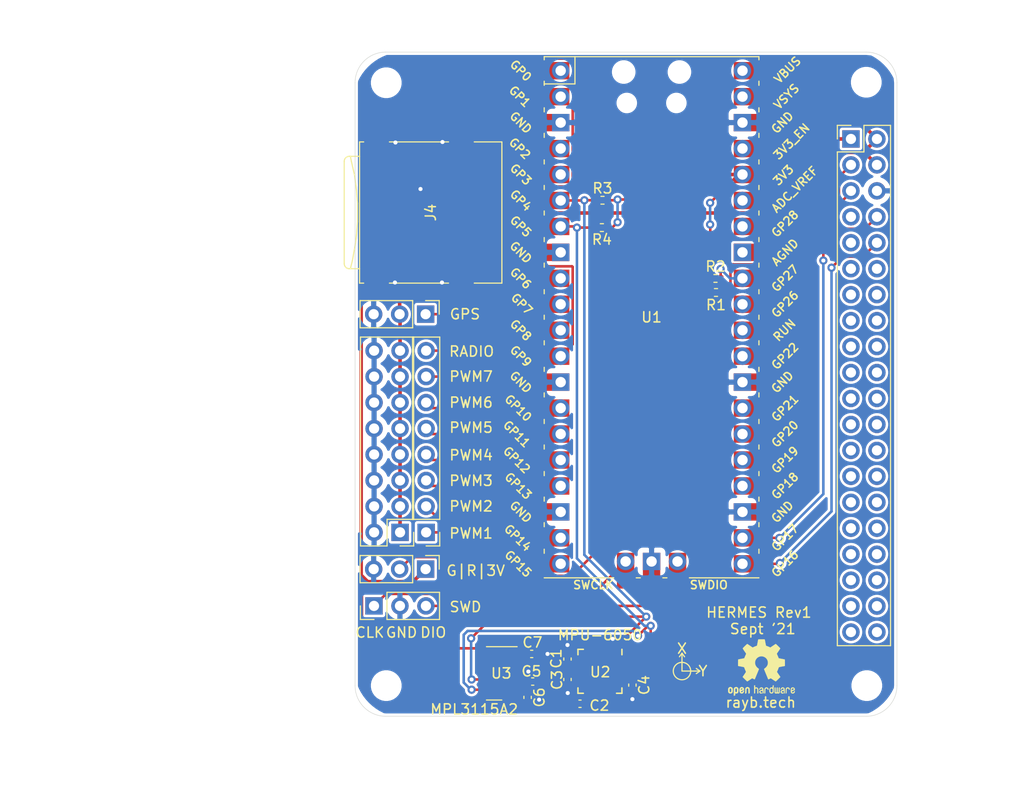
<source format=kicad_pcb>
(kicad_pcb (version 20171130) (host pcbnew "(5.1.10-1-10_14)")
  (layers (0 F.Cu signal) (31 B.Cu signal) (34 B.Paste user) (35 F.Paste user) (36 B.SilkS user) (37 F.SilkS user) (38 B.Mask user) (39 F.Mask user) (44 Edge.Cuts user))
  (net 0 "")
  (net 1 "Net-(U1-Pad24)")
  (net 2 "Net-(U1-Pad25)")
  (net 3 "Net-(U1-Pad26)")
  (net 4 "Net-(U1-Pad27)")
  (net 5 "Net-(U1-Pad29)")
  (net 6 "Net-(U1-Pad33)")
  (net 7 "Net-(U1-Pad34)")
  (net 8 "Net-(U1-Pad35)")
  (net 9 "Net-(U1-Pad37)")
  (net 10 "Net-(U1-Pad39)")
  (net 11 "Net-(J2-Pad40)")
  (net 12 "Net-(J2-Pad39)")
  (net 13 "Net-(J2-Pad38)")
  (net 14 "Net-(J2-Pad37)")
  (net 15 "Net-(J2-Pad36)")
  (net 16 "Net-(J2-Pad35)")
  (net 17 "Net-(J2-Pad34)")
  (net 18 "Net-(J2-Pad33)")
  (net 19 "Net-(J2-Pad32)")
  (net 20 "Net-(J2-Pad31)")
  (net 21 "Net-(J2-Pad30)")
  (net 22 "Net-(J2-Pad29)")
  (net 23 "Net-(J2-Pad28)")
  (net 24 "Net-(J2-Pad27)")
  (net 25 "Net-(J2-Pad26)")
  (net 26 "Net-(J2-Pad25)")
  (net 27 "Net-(J2-Pad24)")
  (net 28 "Net-(J2-Pad23)")
  (net 29 "Net-(J2-Pad22)")
  (net 30 "Net-(J2-Pad21)")
  (net 31 "Net-(J2-Pad20)")
  (net 32 "Net-(J2-Pad19)")
  (net 33 "Net-(J2-Pad18)")
  (net 34 "Net-(J2-Pad17)")
  (net 35 "Net-(J2-Pad16)")
  (net 36 "Net-(J2-Pad15)")
  (net 37 "Net-(J2-Pad14)")
  (net 38 "Net-(J2-Pad13)")
  (net 39 "Net-(J2-Pad12)")
  (net 40 "Net-(J2-Pad11)")
  (net 41 "Net-(J2-Pad9)")
  (net 42 "Net-(J2-Pad7)")
  (net 43 FC_RADIO)
  (net 44 FC_PWM7)
  (net 45 FC_PWM6)
  (net 46 FC_PWM5)
  (net 47 FC_PWM4)
  (net 48 FC_PWM3)
  (net 49 FC_PWM2)
  (net 50 FC_PWM1)
  (net 51 FC_UART0_TX)
  (net 52 FC_UART0_RX)
  (net 53 GND)
  (net 54 FC_I2C1_SCL)
  (net 55 +5V)
  (net 56 FC_I2C1_SDA)
  (net 57 +3V3)
  (net 58 FC_RESET)
  (net 59 FC_I2C0_SCL)
  (net 60 FC_I2C0_SDA)
  (net 61 FC_UART1_RX)
  (net 62 FC_SPI0_MOSI)
  (net 63 FC_SPI0_SCK)
  (net 64 FC_SPI0_CS)
  (net 65 FC_SPI0_MISO)
  (net 66 "Net-(J4-Pad1)")
  (net 67 "Net-(J4-Pad8)")
  (net 68 "Net-(C3-Pad2)")
  (net 69 "Net-(C4-Pad2)")
  (net 70 "Net-(C5-Pad1)")
  (net 71 "Net-(U2-Pad12)")
  (net 72 "Net-(U2-Pad9)")
  (net 73 "Net-(U2-Pad7)")
  (net 74 "Net-(U2-Pad6)")
  (net 75 "Net-(U3-Pad6)")
  (net 76 "Net-(U3-Pad5)")
  (net 77 FC_SWDIO)
  (net 78 FC_SWCLK)
  (net 79 FC_UART1_TX)
  (module Symbol:OSHW-Logo2_7.3x6mm_SilkScreen (layer F.Cu) (at 256.25 116.725)
    (fp_text reference REF** hide)
    (fp_text value OSHW-Logo2_7.3x6mm_SilkScreen hide)
  )
  (module Resistor_SMD:R_0402_1005Metric (layer F.Cu) (at 240.64 73.675 180)
    (fp_text reference R4 (at 0 -1.17) (layer F.SilkS))
    (fp_text value R_Small)
    (pad 2 smd roundrect (at 0.51 0 180) (size 0.54 0.64) (layers F.Cu F.Paste F.Mask) (net 59 FC_I2C0_SCL))
    (pad 1 smd roundrect (at -0.51 0 180) (size 0.54 0.64) (layers F.Cu F.Paste F.Mask) (net 57 +3V3))
  )
  (module Resistor_SMD:R_0402_1005Metric (layer F.Cu) (at 240.7 71)
    (fp_text reference R3 (at 0 -1.17) (layer F.SilkS))
    (fp_text value R_Small)
    (pad 2 smd roundrect (at 0.51 0) (size 0.54 0.64) (layers F.Cu F.Paste F.Mask) (net 57 +3V3))
    (pad 1 smd roundrect (at -0.51 0) (size 0.54 0.64) (layers F.Cu F.Paste F.Mask) (net 60 FC_I2C0_SDA))
  )
  (module Resistor_SMD:R_0402_1005Metric (layer F.Cu) (at 251.75 78.65)
    (fp_text reference R2 (at 0 -1.17) (layer F.SilkS))
    (fp_text value R_Small)
    (pad 2 smd roundrect (at 0.51 0) (size 0.54 0.64) (layers F.Cu F.Paste F.Mask) (net 54 FC_I2C1_SCL))
    (pad 1 smd roundrect (at -0.51 0) (size 0.54 0.64) (layers F.Cu F.Paste F.Mask) (net 57 +3V3))
  )
  (module Resistor_SMD:R_0402_1005Metric (layer F.Cu) (at 251.8 80.025 180)
    (fp_text reference R1 (at 0 -1.225) (layer F.SilkS))
    (fp_text value R_Small)
    (pad 2 smd roundrect (at 0.51 0 180) (size 0.54 0.64) (layers F.Cu F.Paste F.Mask) (net 57 +3V3))
    (pad 1 smd roundrect (at -0.51 0 180) (size 0.54 0.64) (layers F.Cu F.Paste F.Mask) (net 56 FC_I2C1_SDA))
  )
  (module MountingHole:MountingHole_2.5mm (layer F.Cu) (at 219.55 118.5)
    (fp_text reference H4)
    (fp_text value MountingHole)
    (pad 1 np_thru_hole circle (at 0 0) (size 2.5 2.5) (drill 2.5) (layers *.Cu *.Mask))
  )
  (module MountingHole:MountingHole_2.5mm (layer F.Cu) (at 219.55 59.5)
    (fp_text reference H3)
    (fp_text value MountingHole)
    (pad 1 np_thru_hole circle (at 0 0) (size 2.5 2.5) (drill 2.5) (layers *.Cu *.Mask))
  )
  (module MountingHole:MountingHole_2.5mm (layer F.Cu) (at 266.55 118.5)
    (fp_text reference H2)
    (fp_text value MountingHole)
    (pad 1 np_thru_hole circle (at 0 0) (size 2.5 2.5) (drill 2.5) (layers *.Cu *.Mask))
  )
  (module MountingHole:MountingHole_2.5mm (layer F.Cu) (at 266.5 59.45)
    (fp_text reference H1)
    (fp_text value MountingHole)
    (pad 1 np_thru_hole circle (at 0 0) (size 2.5 2.5) (drill 2.5) (layers *.Cu *.Mask))
  )
  (module Connector_PinHeader_2.54mm:PinHeader_1x03_P2.54mm_Vertical (layer F.Cu) (at 218.35 110.7 90)
    (fp_text reference J7)
    (fp_text value SWD_DEBUG)
    (pad 3 thru_hole oval (at 0 5.08 90) (size 1.7 1.7) (drill 1) (layers *.Cu *.Mask) (net 77 FC_SWDIO))
    (pad 2 thru_hole oval (at 0 2.54 90) (size 1.7 1.7) (drill 1) (layers *.Cu *.Mask) (net 53 GND))
    (pad 1 thru_hole rect (at 0 0 90) (size 1.7 1.7) (drill 1) (layers *.Cu *.Mask) (net 78 FC_SWCLK))
  )
  (module Package_LGA:NXP_LGA-8_3x5mm_P1.25mm_H1.1mm (layer F.Cu) (at 230.85 117.3 180)
    (fp_text reference U3 (at 0.05 0) (layer F.SilkS))
    (fp_text value MPL3115A2 (at 2.7 -3.525) (layer F.SilkS))
    (pad 8 smd roundrect (at 1.15 -1.875 180) (size 1.2 0.5) (layers F.Cu F.Paste F.Mask) (net 59 FC_I2C0_SCL))
    (pad 7 smd roundrect (at 1.15 -0.625 180) (size 1.2 0.5) (layers F.Cu F.Paste F.Mask) (net 60 FC_I2C0_SDA))
    (pad 6 smd roundrect (at 1.15 0.625 180) (size 1.2 0.5) (layers F.Cu F.Paste F.Mask) (net 75 "Net-(U3-Pad6)"))
    (pad 5 smd roundrect (at 1.15 1.875 180) (size 1.2 0.5) (layers F.Cu F.Paste F.Mask) (net 76 "Net-(U3-Pad5)"))
    (pad 4 smd roundrect (at -1.15 1.875 180) (size 1.2 0.5) (layers F.Cu F.Paste F.Mask) (net 57 +3V3))
    (pad 3 smd roundrect (at -1.15 0.625 180) (size 1.2 0.5) (layers F.Cu F.Paste F.Mask) (net 53 GND))
    (pad 2 smd roundrect (at -1.15 -0.625 180) (size 1.2 0.5) (layers F.Cu F.Paste F.Mask) (net 70 "Net-(C5-Pad1)"))
    (pad 1 smd roundrect (at -1.15 -1.875 180) (size 1.2 0.5) (layers F.Cu F.Paste F.Mask) (net 57 +3V3))
  )
  (module Sensor_Motion:InvenSense_QFN-24_4x4mm_P0.5mm (layer F.Cu) (at 240.45 117.1 270)
    (fp_text reference U2 (at 0.075 -0.025 180) (layer F.SilkS))
    (fp_text value MPU-6050 (at -3.55 0 180) (layer F.SilkS))
    (pad 24 smd roundrect (at -1.25 -1.95) (size 0.85 0.3) (layers F.Cu F.Paste F.Mask) (net 60 FC_I2C0_SDA))
    (pad 23 smd roundrect (at -0.75 -1.95) (size 0.85 0.3) (layers F.Cu F.Paste F.Mask) (net 59 FC_I2C0_SCL))
    (pad 22 smd roundrect (at -0.25 -1.95) (size 0.85 0.3) (layers F.Cu F.Paste F.Mask))
    (pad 21 smd roundrect (at 0.25 -1.95) (size 0.85 0.3) (layers F.Cu F.Paste F.Mask))
    (pad 20 smd roundrect (at 0.75 -1.95) (size 0.85 0.3) (layers F.Cu F.Paste F.Mask) (net 69 "Net-(C4-Pad2)"))
    (pad 19 smd roundrect (at 1.25 -1.95) (size 0.85 0.3) (layers F.Cu F.Paste F.Mask))
    (pad 18 smd roundrect (at 1.95 -1.25 270) (size 0.85 0.3) (layers F.Cu F.Paste F.Mask) (net 53 GND))
    (pad 17 smd roundrect (at 1.95 -0.75 270) (size 0.85 0.3) (layers F.Cu F.Paste F.Mask))
    (pad 16 smd roundrect (at 1.95 -0.25 270) (size 0.85 0.3) (layers F.Cu F.Paste F.Mask))
    (pad 15 smd roundrect (at 1.95 0.25 270) (size 0.85 0.3) (layers F.Cu F.Paste F.Mask))
    (pad 14 smd roundrect (at 1.95 0.75 270) (size 0.85 0.3) (layers F.Cu F.Paste F.Mask))
    (pad 13 smd roundrect (at 1.95 1.25 270) (size 0.85 0.3) (layers F.Cu F.Paste F.Mask) (net 57 +3V3))
    (pad 12 smd roundrect (at 1.25 1.95) (size 0.85 0.3) (layers F.Cu F.Paste F.Mask) (net 71 "Net-(U2-Pad12)"))
    (pad 11 smd roundrect (at 0.75 1.95) (size 0.85 0.3) (layers F.Cu F.Paste F.Mask) (net 53 GND))
    (pad 10 smd roundrect (at 0.25 1.95) (size 0.85 0.3) (layers F.Cu F.Paste F.Mask) (net 68 "Net-(C3-Pad2)"))
    (pad 9 smd roundrect (at -0.25 1.95) (size 0.85 0.3) (layers F.Cu F.Paste F.Mask) (net 72 "Net-(U2-Pad9)"))
    (pad 8 smd roundrect (at -0.75 1.95) (size 0.85 0.3) (layers F.Cu F.Paste F.Mask) (net 57 +3V3))
    (pad 7 smd roundrect (at -1.25 1.95) (size 0.85 0.3) (layers F.Cu F.Paste F.Mask) (net 73 "Net-(U2-Pad7)"))
    (pad 6 smd roundrect (at -1.95 1.25 270) (size 0.85 0.3) (layers F.Cu F.Paste F.Mask) (net 74 "Net-(U2-Pad6)"))
    (pad 5 smd roundrect (at -1.95 0.75 270) (size 0.85 0.3) (layers F.Cu F.Paste F.Mask))
    (pad 4 smd roundrect (at -1.95 0.25 270) (size 0.85 0.3) (layers F.Cu F.Paste F.Mask))
    (pad 3 smd roundrect (at -1.95 -0.25 270) (size 0.85 0.3) (layers F.Cu F.Paste F.Mask))
    (pad 2 smd roundrect (at -1.95 -0.75 270) (size 0.85 0.3) (layers F.Cu F.Paste F.Mask))
    (pad 1 smd roundrect (at -1.95 -1.25 270) (size 0.85 0.3) (layers F.Cu F.Paste F.Mask) (net 53 GND))
  )
  (module Connector_PinHeader_2.54mm:PinHeader_1x03_P2.54mm_Vertical (layer F.Cu) (at 223.4 107.1 270)
    (fp_text reference J6)
    (fp_text value RESET_HEADER)
    (pad 3 thru_hole oval (at 0 5.08 270) (size 1.7 1.7) (drill 1) (layers *.Cu *.Mask) (net 53 GND))
    (pad 2 thru_hole oval (at 0 2.54 270) (size 1.7 1.7) (drill 1) (layers *.Cu *.Mask) (net 58 FC_RESET))
    (pad 1 thru_hole rect (at 0 0 270) (size 1.7 1.7) (drill 1) (layers *.Cu *.Mask) (net 57 +3V3))
  )
  (module Connector_PinHeader_2.54mm:PinHeader_1x03_P2.54mm_Vertical (layer F.Cu) (at 223.4 82.15 270)
    (fp_text reference J5)
    (fp_text value GPS_HEADER)
    (pad 3 thru_hole oval (at 0 5.08 270) (size 1.7 1.7) (drill 1) (layers *.Cu *.Mask) (net 53 GND))
    (pad 2 thru_hole oval (at 0 2.54 270) (size 1.7 1.7) (drill 1) (layers *.Cu *.Mask) (net 55 +5V))
    (pad 1 thru_hole rect (at 0 0 270) (size 1.7 1.7) (drill 1) (layers *.Cu *.Mask) (net 61 FC_UART1_RX))
  )
  (module Capacitor_SMD:C_0402_1005Metric (layer F.Cu) (at 233.775 115.4)
    (fp_text reference C7 (at 0.075 -1.125) (layer F.SilkS))
    (fp_text value 0.1uF)
    (pad 2 smd roundrect (at 0.48 0) (size 0.56 0.62) (layers F.Cu F.Paste F.Mask) (net 53 GND))
    (pad 1 smd roundrect (at -0.48 0) (size 0.56 0.62) (layers F.Cu F.Paste F.Mask) (net 57 +3V3))
  )
  (module Capacitor_SMD:C_0402_1005Metric (layer F.Cu) (at 233.375 119.65 90)
    (fp_text reference C6 (at 0 1.15 90) (layer F.SilkS))
    (fp_text value 10uF)
    (pad 2 smd roundrect (at 0.48 0 90) (size 0.56 0.62) (layers F.Cu F.Paste F.Mask) (net 57 +3V3))
    (pad 1 smd roundrect (at -0.48 0 90) (size 0.56 0.62) (layers F.Cu F.Paste F.Mask) (net 53 GND))
  )
  (module Capacitor_SMD:C_0402_1005Metric (layer F.Cu) (at 233.875 118.1)
    (fp_text reference C5 (at -0.125 -1) (layer F.SilkS))
    (fp_text value 0.1uF)
    (pad 2 smd roundrect (at 0.48 0) (size 0.56 0.62) (layers F.Cu F.Paste F.Mask) (net 53 GND))
    (pad 1 smd roundrect (at -0.48 0) (size 0.56 0.62) (layers F.Cu F.Paste F.Mask) (net 70 "Net-(C5-Pad1)"))
  )
  (module Capacitor_SMD:C_0402_1005Metric (layer F.Cu) (at 243.625 118.45 90)
    (fp_text reference C4 (at 0 1.15 90) (layer F.SilkS))
    (fp_text value 2200pF)
    (pad 2 smd roundrect (at 0.48 0 90) (size 0.56 0.62) (layers F.Cu F.Paste F.Mask) (net 69 "Net-(C4-Pad2)"))
    (pad 1 smd roundrect (at -0.48 0 90) (size 0.56 0.62) (layers F.Cu F.Paste F.Mask) (net 53 GND))
  )
  (module Capacitor_SMD:C_0402_1005Metric (layer F.Cu) (at 237.275 117.9 90)
    (fp_text reference C3 (at -0.05 -1.025 90) (layer F.SilkS))
    (fp_text value 0.1uF)
    (pad 2 smd roundrect (at 0.48 0 90) (size 0.56 0.62) (layers F.Cu F.Paste F.Mask) (net 68 "Net-(C3-Pad2)"))
    (pad 1 smd roundrect (at -0.48 0 90) (size 0.56 0.62) (layers F.Cu F.Paste F.Mask) (net 53 GND))
  )
  (module Capacitor_SMD:C_0402_1005Metric (layer F.Cu) (at 238.5 120.275 180)
    (fp_text reference C2 (at -1.9 -0.175) (layer F.SilkS))
    (fp_text value 0.1uF)
    (pad 2 smd roundrect (at 0.48 0 180) (size 0.56 0.62) (layers F.Cu F.Paste F.Mask) (net 53 GND))
    (pad 1 smd roundrect (at -0.48 0 180) (size 0.56 0.62) (layers F.Cu F.Paste F.Mask) (net 57 +3V3))
  )
  (module Capacitor_SMD:C_0402_1005Metric (layer F.Cu) (at 237.275 115.9 270)
    (fp_text reference C1 (at -0.05 1.1 90) (layer F.SilkS))
    (fp_text value 0.1uF)
    (pad 2 smd roundrect (at 0.48 0 270) (size 0.56 0.62) (layers F.Cu F.Paste F.Mask) (net 57 +3V3))
    (pad 1 smd roundrect (at -0.48 0 270) (size 0.56 0.62) (layers F.Cu F.Paste F.Mask) (net 53 GND))
  )
  (module Connector_Card:microSD_HC_Wuerth_693072010801 (layer F.Cu) (at 222.75 72.2 90)
    (fp_text reference J4 (at 0 1.15 90) (layer F.SilkS))
    (fp_text value Micro_SD_Card)
    (pad 1 smd rect (at -3.2 -1.55 90) (size 0.8 1.5) (layers F.Cu F.Paste F.Mask) (net 66 "Net-(J4-Pad1)"))
    (pad 2 smd rect (at -2.1 -1.55 90) (size 0.8 1.5) (layers F.Cu F.Paste F.Mask) (net 64 FC_SPI0_CS))
    (pad 3 smd rect (at -1 -1.55 90) (size 0.8 1.5) (layers F.Cu F.Paste F.Mask) (net 62 FC_SPI0_MOSI))
    (pad 4 smd rect (at 0.1 -1.55 90) (size 0.8 1.5) (layers F.Cu F.Paste F.Mask) (net 57 +3V3))
    (pad 5 smd rect (at 1.2 -1.55 90) (size 0.8 1.5) (layers F.Cu F.Paste F.Mask) (net 63 FC_SPI0_SCK))
    (pad 6 smd rect (at 2.3 -1.55 90) (size 0.8 1.5) (layers F.Cu F.Paste F.Mask) (net 53 GND))
    (pad 7 smd rect (at 3.4 -1.55 90) (size 0.8 1.5) (layers F.Cu F.Paste F.Mask) (net 65 FC_SPI0_MISO))
    (pad 8 smd rect (at 4.5 -1.55 90) (size 0.8 1.5) (layers F.Cu F.Paste F.Mask) (net 67 "Net-(J4-Pad8)"))
    (pad 9 smd rect (at 6.875 4.15 90) (size 1.45 2) (layers F.Cu F.Paste F.Mask) (net 53 GND))
    (pad 9 smd rect (at -6.875 4.15 90) (size 1.45 2) (layers F.Cu F.Paste F.Mask) (net 53 GND))
    (pad 9 smd rect (at -6.875 -4.15 90) (size 1.45 2) (layers F.Cu F.Paste F.Mask) (net 53 GND))
    (pad 9 smd rect (at 6.875 -4.15 90) (size 1.45 2) (layers F.Cu F.Paste F.Mask) (net 53 GND))
  )
  (module Connector_PinHeader_2.54mm:PinHeader_2x08_P2.54mm_Vertical (layer F.Cu) (at 220.9 103.5 180)
    (fp_text reference J3)
    (fp_text value Conn_02x08_Odd_Even)
    (pad 16 thru_hole oval (at 2.54 17.78 180) (size 1.7 1.7) (drill 1) (layers *.Cu *.Mask) (net 53 GND))
    (pad 15 thru_hole oval (at 0 17.78 180) (size 1.7 1.7) (drill 1) (layers *.Cu *.Mask) (net 55 +5V))
    (pad 14 thru_hole oval (at 2.54 15.24 180) (size 1.7 1.7) (drill 1) (layers *.Cu *.Mask) (net 53 GND))
    (pad 13 thru_hole oval (at 0 15.24 180) (size 1.7 1.7) (drill 1) (layers *.Cu *.Mask) (net 55 +5V))
    (pad 12 thru_hole oval (at 2.54 12.7 180) (size 1.7 1.7) (drill 1) (layers *.Cu *.Mask) (net 53 GND))
    (pad 11 thru_hole oval (at 0 12.7 180) (size 1.7 1.7) (drill 1) (layers *.Cu *.Mask) (net 55 +5V))
    (pad 10 thru_hole oval (at 2.54 10.16 180) (size 1.7 1.7) (drill 1) (layers *.Cu *.Mask) (net 53 GND))
    (pad 9 thru_hole oval (at 0 10.16 180) (size 1.7 1.7) (drill 1) (layers *.Cu *.Mask) (net 55 +5V))
    (pad 8 thru_hole oval (at 2.54 7.62 180) (size 1.7 1.7) (drill 1) (layers *.Cu *.Mask) (net 53 GND))
    (pad 7 thru_hole oval (at 0 7.62 180) (size 1.7 1.7) (drill 1) (layers *.Cu *.Mask) (net 55 +5V))
    (pad 6 thru_hole oval (at 2.54 5.08 180) (size 1.7 1.7) (drill 1) (layers *.Cu *.Mask) (net 53 GND))
    (pad 5 thru_hole oval (at 0 5.08 180) (size 1.7 1.7) (drill 1) (layers *.Cu *.Mask) (net 55 +5V))
    (pad 4 thru_hole oval (at 2.54 2.54 180) (size 1.7 1.7) (drill 1) (layers *.Cu *.Mask) (net 53 GND))
    (pad 3 thru_hole oval (at 0 2.54 180) (size 1.7 1.7) (drill 1) (layers *.Cu *.Mask) (net 55 +5V))
    (pad 2 thru_hole oval (at 2.54 0 180) (size 1.7 1.7) (drill 1) (layers *.Cu *.Mask) (net 53 GND))
    (pad 1 thru_hole rect (at 0 0 180) (size 1.7 1.7) (drill 1) (layers *.Cu *.Mask) (net 55 +5V))
  )
  (module Connector_PinHeader_2.54mm:PinHeader_2x20_P2.54mm_Vertical (layer F.Cu) (at 265 65)
    (fp_text reference J2)
    (fp_text value Conn_02x20_Odd_Even)
    (pad 40 thru_hole oval (at 2.54 48.26) (size 1.7 1.7) (drill 1) (layers *.Cu *.Mask) (net 11 "Net-(J2-Pad40)"))
    (pad 39 thru_hole oval (at 0 48.26) (size 1.7 1.7) (drill 1) (layers *.Cu *.Mask) (net 12 "Net-(J2-Pad39)"))
    (pad 38 thru_hole oval (at 2.54 45.72) (size 1.7 1.7) (drill 1) (layers *.Cu *.Mask) (net 13 "Net-(J2-Pad38)"))
    (pad 37 thru_hole oval (at 0 45.72) (size 1.7 1.7) (drill 1) (layers *.Cu *.Mask) (net 14 "Net-(J2-Pad37)"))
    (pad 36 thru_hole oval (at 2.54 43.18) (size 1.7 1.7) (drill 1) (layers *.Cu *.Mask) (net 15 "Net-(J2-Pad36)"))
    (pad 35 thru_hole oval (at 0 43.18) (size 1.7 1.7) (drill 1) (layers *.Cu *.Mask) (net 16 "Net-(J2-Pad35)"))
    (pad 34 thru_hole oval (at 2.54 40.64) (size 1.7 1.7) (drill 1) (layers *.Cu *.Mask) (net 17 "Net-(J2-Pad34)"))
    (pad 33 thru_hole oval (at 0 40.64) (size 1.7 1.7) (drill 1) (layers *.Cu *.Mask) (net 18 "Net-(J2-Pad33)"))
    (pad 32 thru_hole oval (at 2.54 38.1) (size 1.7 1.7) (drill 1) (layers *.Cu *.Mask) (net 19 "Net-(J2-Pad32)"))
    (pad 31 thru_hole oval (at 0 38.1) (size 1.7 1.7) (drill 1) (layers *.Cu *.Mask) (net 20 "Net-(J2-Pad31)"))
    (pad 30 thru_hole oval (at 2.54 35.56) (size 1.7 1.7) (drill 1) (layers *.Cu *.Mask) (net 21 "Net-(J2-Pad30)"))
    (pad 29 thru_hole oval (at 0 35.56) (size 1.7 1.7) (drill 1) (layers *.Cu *.Mask) (net 22 "Net-(J2-Pad29)"))
    (pad 28 thru_hole oval (at 2.54 33.02) (size 1.7 1.7) (drill 1) (layers *.Cu *.Mask) (net 23 "Net-(J2-Pad28)"))
    (pad 27 thru_hole oval (at 0 33.02) (size 1.7 1.7) (drill 1) (layers *.Cu *.Mask) (net 24 "Net-(J2-Pad27)"))
    (pad 26 thru_hole oval (at 2.54 30.48) (size 1.7 1.7) (drill 1) (layers *.Cu *.Mask) (net 25 "Net-(J2-Pad26)"))
    (pad 25 thru_hole oval (at 0 30.48) (size 1.7 1.7) (drill 1) (layers *.Cu *.Mask) (net 26 "Net-(J2-Pad25)"))
    (pad 24 thru_hole oval (at 2.54 27.94) (size 1.7 1.7) (drill 1) (layers *.Cu *.Mask) (net 27 "Net-(J2-Pad24)"))
    (pad 23 thru_hole oval (at 0 27.94) (size 1.7 1.7) (drill 1) (layers *.Cu *.Mask) (net 28 "Net-(J2-Pad23)"))
    (pad 22 thru_hole oval (at 2.54 25.4) (size 1.7 1.7) (drill 1) (layers *.Cu *.Mask) (net 29 "Net-(J2-Pad22)"))
    (pad 21 thru_hole oval (at 0 25.4) (size 1.7 1.7) (drill 1) (layers *.Cu *.Mask) (net 30 "Net-(J2-Pad21)"))
    (pad 20 thru_hole oval (at 2.54 22.86) (size 1.7 1.7) (drill 1) (layers *.Cu *.Mask) (net 31 "Net-(J2-Pad20)"))
    (pad 19 thru_hole oval (at 0 22.86) (size 1.7 1.7) (drill 1) (layers *.Cu *.Mask) (net 32 "Net-(J2-Pad19)"))
    (pad 18 thru_hole oval (at 2.54 20.32) (size 1.7 1.7) (drill 1) (layers *.Cu *.Mask) (net 33 "Net-(J2-Pad18)"))
    (pad 17 thru_hole oval (at 0 20.32) (size 1.7 1.7) (drill 1) (layers *.Cu *.Mask) (net 34 "Net-(J2-Pad17)"))
    (pad 16 thru_hole oval (at 2.54 17.78) (size 1.7 1.7) (drill 1) (layers *.Cu *.Mask) (net 35 "Net-(J2-Pad16)"))
    (pad 15 thru_hole oval (at 0 17.78) (size 1.7 1.7) (drill 1) (layers *.Cu *.Mask) (net 36 "Net-(J2-Pad15)"))
    (pad 14 thru_hole oval (at 2.54 15.24) (size 1.7 1.7) (drill 1) (layers *.Cu *.Mask) (net 37 "Net-(J2-Pad14)"))
    (pad 13 thru_hole oval (at 0 15.24) (size 1.7 1.7) (drill 1) (layers *.Cu *.Mask) (net 38 "Net-(J2-Pad13)"))
    (pad 12 thru_hole oval (at 2.54 12.7) (size 1.7 1.7) (drill 1) (layers *.Cu *.Mask) (net 39 "Net-(J2-Pad12)"))
    (pad 11 thru_hole oval (at 0 12.7) (size 1.7 1.7) (drill 1) (layers *.Cu *.Mask) (net 40 "Net-(J2-Pad11)"))
    (pad 10 thru_hole oval (at 2.54 10.16) (size 1.7 1.7) (drill 1) (layers *.Cu *.Mask) (net 51 FC_UART0_TX))
    (pad 9 thru_hole oval (at 0 10.16) (size 1.7 1.7) (drill 1) (layers *.Cu *.Mask) (net 41 "Net-(J2-Pad9)"))
    (pad 8 thru_hole oval (at 2.54 7.62) (size 1.7 1.7) (drill 1) (layers *.Cu *.Mask) (net 52 FC_UART0_RX))
    (pad 7 thru_hole oval (at 0 7.62) (size 1.7 1.7) (drill 1) (layers *.Cu *.Mask) (net 42 "Net-(J2-Pad7)"))
    (pad 6 thru_hole oval (at 2.54 5.08) (size 1.7 1.7) (drill 1) (layers *.Cu *.Mask) (net 53 GND))
    (pad 5 thru_hole oval (at 0 5.08) (size 1.7 1.7) (drill 1) (layers *.Cu *.Mask) (net 54 FC_I2C1_SCL))
    (pad 4 thru_hole oval (at 2.54 2.54) (size 1.7 1.7) (drill 1) (layers *.Cu *.Mask) (net 55 +5V))
    (pad 3 thru_hole oval (at 0 2.54) (size 1.7 1.7) (drill 1) (layers *.Cu *.Mask) (net 56 FC_I2C1_SDA))
    (pad 2 thru_hole oval (at 2.54 0) (size 1.7 1.7) (drill 1) (layers *.Cu *.Mask) (net 55 +5V))
    (pad 1 thru_hole rect (at 0 0) (size 1.7 1.7) (drill 1) (layers *.Cu *.Mask) (net 57 +3V3))
  )
  (module Connector_PinHeader_2.54mm:PinHeader_1x08_P2.54mm_Vertical (layer F.Cu) (at 223.45 103.5 180)
    (fp_text reference J1)
    (fp_text value Conn_01x08)
    (pad 8 thru_hole oval (at 0 17.78 180) (size 1.7 1.7) (drill 1) (layers *.Cu *.Mask) (net 43 FC_RADIO))
    (pad 7 thru_hole oval (at 0 15.24 180) (size 1.7 1.7) (drill 1) (layers *.Cu *.Mask) (net 44 FC_PWM7))
    (pad 6 thru_hole oval (at 0 12.7 180) (size 1.7 1.7) (drill 1) (layers *.Cu *.Mask) (net 45 FC_PWM6))
    (pad 5 thru_hole oval (at 0 10.16 180) (size 1.7 1.7) (drill 1) (layers *.Cu *.Mask) (net 46 FC_PWM5))
    (pad 4 thru_hole oval (at 0 7.62 180) (size 1.7 1.7) (drill 1) (layers *.Cu *.Mask) (net 47 FC_PWM4))
    (pad 3 thru_hole oval (at 0 5.08 180) (size 1.7 1.7) (drill 1) (layers *.Cu *.Mask) (net 48 FC_PWM3))
    (pad 2 thru_hole oval (at 0 2.54 180) (size 1.7 1.7) (drill 1) (layers *.Cu *.Mask) (net 49 FC_PWM2))
    (pad 1 thru_hole rect (at 0 0 180) (size 1.7 1.7) (drill 1) (layers *.Cu *.Mask) (net 50 FC_PWM1))
  )
  (module MCU_RaspberryPi_and_Boards:RPi_Pico_SMD_TH (layer F.Cu) (at 245.5 82.45)
    (fp_text reference U1 (at 0 0) (layer F.SilkS))
    (fp_text value Pico)
    (fp_text user SWDIO (at 5.6 26.2) (layer F.SilkS) (effects (font (size 0.8 0.8))))
    (fp_text user SWCLK (at -5.7 26.2) (layer F.SilkS) (effects (font (size 0.8 0.8))))
    (fp_text user AGND (at 13.054 -6.35 45) (layer F.SilkS) (effects (font (size 0.8 0.8))))
    (fp_text user GND (at 12.8 -19.05 45) (layer F.SilkS) (effects (font (size 0.8 0.8))))
    (fp_text user GND (at 12.8 6.35 45) (layer F.SilkS) (effects (font (size 0.8 0.8))))
    (fp_text user GND (at 12.8 19.05 45) (layer F.SilkS) (effects (font (size 0.8 0.8))))
    (fp_text user GND (at -12.8 19.05 135) (layer F.SilkS) (effects (font (size 0.8 0.8))))
    (fp_text user GND (at -12.8 6.35 135) (layer F.SilkS) (effects (font (size 0.8 0.8))))
    (fp_text user GND (at -12.8 -6.35 135) (layer F.SilkS) (effects (font (size 0.8 0.8))))
    (fp_text user GND (at -12.8 -19.05 135) (layer F.SilkS) (effects (font (size 0.8 0.8))))
    (fp_text user VBUS (at 13.3 -24.2 45) (layer F.SilkS) (effects (font (size 0.8 0.8))))
    (fp_text user VSYS (at 13.2 -21.59 45) (layer F.SilkS) (effects (font (size 0.8 0.8))))
    (fp_text user 3V3_EN (at 13.7 -17.2 45) (layer F.SilkS) (effects (font (size 0.8 0.8))))
    (fp_text user 3V3 (at 12.9 -13.9 45) (layer F.SilkS) (effects (font (size 0.8 0.8))))
    (fp_text user ADC_VREF (at 14 -12.5 45) (layer F.SilkS) (effects (font (size 0.8 0.8))))
    (fp_text user GP28 (at 13.054 -9.144 45) (layer F.SilkS) (effects (font (size 0.8 0.8))))
    (fp_text user GP27 (at 13.054 -3.8 45) (layer F.SilkS) (effects (font (size 0.8 0.8))))
    (fp_text user GP26 (at 13.054 -1.27 45) (layer F.SilkS) (effects (font (size 0.8 0.8))))
    (fp_text user RUN (at 13 1.27 45) (layer F.SilkS) (effects (font (size 0.8 0.8))))
    (fp_text user GP22 (at 13.054 3.81 45) (layer F.SilkS) (effects (font (size 0.8 0.8))))
    (fp_text user GP21 (at 13.054 8.9 45) (layer F.SilkS) (effects (font (size 0.8 0.8))))
    (fp_text user GP20 (at 13.054 11.43 45) (layer F.SilkS) (effects (font (size 0.8 0.8))))
    (fp_text user GP19 (at 13.054 13.97 45) (layer F.SilkS) (effects (font (size 0.8 0.8))))
    (fp_text user GP18 (at 13.054 16.51 45) (layer F.SilkS) (effects (font (size 0.8 0.8))))
    (fp_text user GP17 (at 13.054 21.59 45) (layer F.SilkS) (effects (font (size 0.8 0.8))))
    (fp_text user GP16 (at 13.054 24.13 45) (layer F.SilkS) (effects (font (size 0.8 0.8))))
    (fp_text user GP15 (at -13.054 24.13 135) (layer F.SilkS) (effects (font (size 0.8 0.8))))
    (fp_text user GP14 (at -13.1 21.59 135) (layer F.SilkS) (effects (font (size 0.8 0.8))))
    (fp_text user GP13 (at -13.054 16.51 135) (layer F.SilkS) (effects (font (size 0.8 0.8))))
    (fp_text user GP12 (at -13.2 13.97 135) (layer F.SilkS) (effects (font (size 0.8 0.8))))
    (fp_text user GP11 (at -13.2 11.43 135) (layer F.SilkS) (effects (font (size 0.8 0.8))))
    (fp_text user GP10 (at -13.054 8.89 135) (layer F.SilkS) (effects (font (size 0.8 0.8))))
    (fp_text user GP9 (at -12.8 3.81 135) (layer F.SilkS) (effects (font (size 0.8 0.8))))
    (fp_text user GP8 (at -12.8 1.27 135) (layer F.SilkS) (effects (font (size 0.8 0.8))))
    (fp_text user GP7 (at -12.7 -1.3 135) (layer F.SilkS) (effects (font (size 0.8 0.8))))
    (fp_text user GP6 (at -12.8 -3.81 135) (layer F.SilkS) (effects (font (size 0.8 0.8))))
    (fp_text user GP5 (at -12.8 -8.89 135) (layer F.SilkS) (effects (font (size 0.8 0.8))))
    (fp_text user GP4 (at -12.8 -11.43 135) (layer F.SilkS) (effects (font (size 0.8 0.8))))
    (fp_text user GP3 (at -12.8 -13.97 135) (layer F.SilkS) (effects (font (size 0.8 0.8))))
    (fp_text user GP0 (at -12.8 -24.13 135) (layer F.SilkS) (effects (font (size 0.8 0.8))))
    (fp_text user GP2 (at -12.9 -16.51 135) (layer F.SilkS) (effects (font (size 0.8 0.8))))
    (fp_text user GP1 (at -12.9 -21.6 135) (layer F.SilkS) (effects (font (size 0.8 0.8))))
    (pad 43 thru_hole oval (at 2.54 23.9) (size 1.7 1.7) (drill 1.02) (layers *.Cu *.Mask) (net 77 FC_SWDIO))
    (pad 43 smd rect (at 2.54 23.9 90) (size 3.5 1.7) (drill (offset -0.9 0)) (layers F.Cu F.Mask) (net 77 FC_SWDIO))
    (pad 42 thru_hole rect (at 0 23.9) (size 1.7 1.7) (drill 1.02) (layers *.Cu *.Mask) (net 53 GND))
    (pad 42 smd rect (at 0 23.9 90) (size 3.5 1.7) (drill (offset -0.9 0)) (layers F.Cu F.Mask) (net 53 GND))
    (pad 41 thru_hole oval (at -2.54 23.9) (size 1.7 1.7) (drill 1.02) (layers *.Cu *.Mask) (net 78 FC_SWCLK))
    (pad 41 smd rect (at -2.54 23.9 90) (size 3.5 1.7) (drill (offset -0.9 0)) (layers F.Cu F.Mask) (net 78 FC_SWCLK))
    (pad "" np_thru_hole oval (at 2.425 -20.97) (size 1.5 1.5) (drill 1.5) (layers *.Cu *.Mask))
    (pad "" np_thru_hole oval (at -2.425 -20.97) (size 1.5 1.5) (drill 1.5) (layers *.Cu *.Mask))
    (pad "" np_thru_hole oval (at 2.725 -24) (size 1.8 1.8) (drill 1.8) (layers *.Cu *.Mask))
    (pad "" np_thru_hole oval (at -2.725 -24) (size 1.8 1.8) (drill 1.8) (layers *.Cu *.Mask))
    (pad 21 smd rect (at 8.89 24.13) (size 3.5 1.7) (drill (offset 0.9 0)) (layers F.Cu F.Mask) (net 51 FC_UART0_TX))
    (pad 22 smd rect (at 8.89 21.59) (size 3.5 1.7) (drill (offset 0.9 0)) (layers F.Cu F.Mask) (net 52 FC_UART0_RX))
    (pad 23 smd rect (at 8.89 19.05) (size 3.5 1.7) (drill (offset 0.9 0)) (layers F.Cu F.Mask) (net 53 GND))
    (pad 24 smd rect (at 8.89 16.51) (size 3.5 1.7) (drill (offset 0.9 0)) (layers F.Cu F.Mask) (net 1 "Net-(U1-Pad24)"))
    (pad 25 smd rect (at 8.89 13.97) (size 3.5 1.7) (drill (offset 0.9 0)) (layers F.Cu F.Mask) (net 2 "Net-(U1-Pad25)"))
    (pad 26 smd rect (at 8.89 11.43) (size 3.5 1.7) (drill (offset 0.9 0)) (layers F.Cu F.Mask) (net 3 "Net-(U1-Pad26)"))
    (pad 27 smd rect (at 8.89 8.89) (size 3.5 1.7) (drill (offset 0.9 0)) (layers F.Cu F.Mask) (net 4 "Net-(U1-Pad27)"))
    (pad 28 smd rect (at 8.89 6.35) (size 3.5 1.7) (drill (offset 0.9 0)) (layers F.Cu F.Mask) (net 53 GND))
    (pad 29 smd rect (at 8.89 3.81) (size 3.5 1.7) (drill (offset 0.9 0)) (layers F.Cu F.Mask) (net 5 "Net-(U1-Pad29)"))
    (pad 30 smd rect (at 8.89 1.27) (size 3.5 1.7) (drill (offset 0.9 0)) (layers F.Cu F.Mask) (net 58 FC_RESET))
    (pad 31 smd rect (at 8.89 -1.27) (size 3.5 1.7) (drill (offset 0.9 0)) (layers F.Cu F.Mask) (net 56 FC_I2C1_SDA))
    (pad 32 smd rect (at 8.89 -3.81) (size 3.5 1.7) (drill (offset 0.9 0)) (layers F.Cu F.Mask) (net 54 FC_I2C1_SCL))
    (pad 33 smd rect (at 8.89 -6.35) (size 3.5 1.7) (drill (offset 0.9 0)) (layers F.Cu F.Mask) (net 6 "Net-(U1-Pad33)"))
    (pad 34 smd rect (at 8.89 -8.89) (size 3.5 1.7) (drill (offset 0.9 0)) (layers F.Cu F.Mask) (net 7 "Net-(U1-Pad34)"))
    (pad 35 smd rect (at 8.89 -11.43) (size 3.5 1.7) (drill (offset 0.9 0)) (layers F.Cu F.Mask) (net 8 "Net-(U1-Pad35)"))
    (pad 36 smd rect (at 8.89 -13.97) (size 3.5 1.7) (drill (offset 0.9 0)) (layers F.Cu F.Mask) (net 57 +3V3))
    (pad 37 smd rect (at 8.89 -16.51) (size 3.5 1.7) (drill (offset 0.9 0)) (layers F.Cu F.Mask) (net 9 "Net-(U1-Pad37)"))
    (pad 38 smd rect (at 8.89 -19.05) (size 3.5 1.7) (drill (offset 0.9 0)) (layers F.Cu F.Mask) (net 53 GND))
    (pad 39 smd rect (at 8.89 -21.59) (size 3.5 1.7) (drill (offset 0.9 0)) (layers F.Cu F.Mask) (net 10 "Net-(U1-Pad39)"))
    (pad 40 smd rect (at 8.89 -24.13) (size 3.5 1.7) (drill (offset 0.9 0)) (layers F.Cu F.Mask) (net 55 +5V))
    (pad 20 smd rect (at -8.89 24.13) (size 3.5 1.7) (drill (offset -0.9 0)) (layers F.Cu F.Mask) (net 50 FC_PWM1))
    (pad 19 smd rect (at -8.89 21.59) (size 3.5 1.7) (drill (offset -0.9 0)) (layers F.Cu F.Mask) (net 49 FC_PWM2))
    (pad 18 smd rect (at -8.89 19.05) (size 3.5 1.7) (drill (offset -0.9 0)) (layers F.Cu F.Mask) (net 53 GND))
    (pad 17 smd rect (at -8.89 16.51) (size 3.5 1.7) (drill (offset -0.9 0)) (layers F.Cu F.Mask) (net 48 FC_PWM3))
    (pad 16 smd rect (at -8.89 13.97) (size 3.5 1.7) (drill (offset -0.9 0)) (layers F.Cu F.Mask) (net 47 FC_PWM4))
    (pad 15 smd rect (at -8.89 11.43) (size 3.5 1.7) (drill (offset -0.9 0)) (layers F.Cu F.Mask) (net 46 FC_PWM5))
    (pad 14 smd rect (at -8.89 8.89) (size 3.5 1.7) (drill (offset -0.9 0)) (layers F.Cu F.Mask) (net 45 FC_PWM6))
    (pad 13 smd rect (at -8.89 6.35) (size 3.5 1.7) (drill (offset -0.9 0)) (layers F.Cu F.Mask) (net 53 GND))
    (pad 12 smd rect (at -8.89 3.81) (size 3.5 1.7) (drill (offset -0.9 0)) (layers F.Cu F.Mask) (net 61 FC_UART1_RX))
    (pad 11 smd rect (at -8.89 1.27) (size 3.5 1.7) (drill (offset -0.9 0)) (layers F.Cu F.Mask) (net 79 FC_UART1_TX))
    (pad 10 smd rect (at -8.89 -1.27) (size 3.5 1.7) (drill (offset -0.9 0)) (layers F.Cu F.Mask) (net 44 FC_PWM7))
    (pad 9 smd rect (at -8.89 -3.81) (size 3.5 1.7) (drill (offset -0.9 0)) (layers F.Cu F.Mask) (net 43 FC_RADIO))
    (pad 8 smd rect (at -8.89 -6.35) (size 3.5 1.7) (drill (offset -0.9 0)) (layers F.Cu F.Mask) (net 53 GND))
    (pad 7 smd rect (at -8.89 -8.89) (size 3.5 1.7) (drill (offset -0.9 0)) (layers F.Cu F.Mask) (net 59 FC_I2C0_SCL))
    (pad 6 smd rect (at -8.89 -11.43) (size 3.5 1.7) (drill (offset -0.9 0)) (layers F.Cu F.Mask) (net 60 FC_I2C0_SDA))
    (pad 5 smd rect (at -8.89 -13.97) (size 3.5 1.7) (drill (offset -0.9 0)) (layers F.Cu F.Mask) (net 62 FC_SPI0_MOSI))
    (pad 4 smd rect (at -8.89 -16.51) (size 3.5 1.7) (drill (offset -0.9 0)) (layers F.Cu F.Mask) (net 63 FC_SPI0_SCK))
    (pad 3 smd rect (at -8.89 -19.05) (size 3.5 1.7) (drill (offset -0.9 0)) (layers F.Cu F.Mask) (net 53 GND))
    (pad 2 smd rect (at -8.89 -21.59) (size 3.5 1.7) (drill (offset -0.9 0)) (layers F.Cu F.Mask) (net 64 FC_SPI0_CS))
    (pad 1 smd rect (at -8.89 -24.13) (size 3.5 1.7) (drill (offset -0.9 0)) (layers F.Cu F.Mask) (net 65 FC_SPI0_MISO))
    (pad 40 thru_hole oval (at 8.89 -24.13) (size 1.7 1.7) (drill 1.02) (layers *.Cu *.Mask) (net 55 +5V))
    (pad 39 thru_hole oval (at 8.89 -21.59) (size 1.7 1.7) (drill 1.02) (layers *.Cu *.Mask) (net 10 "Net-(U1-Pad39)"))
    (pad 38 thru_hole rect (at 8.89 -19.05) (size 1.7 1.7) (drill 1.02) (layers *.Cu *.Mask) (net 53 GND))
    (pad 37 thru_hole oval (at 8.89 -16.51) (size 1.7 1.7) (drill 1.02) (layers *.Cu *.Mask) (net 9 "Net-(U1-Pad37)"))
    (pad 36 thru_hole oval (at 8.89 -13.97) (size 1.7 1.7) (drill 1.02) (layers *.Cu *.Mask) (net 57 +3V3))
    (pad 35 thru_hole oval (at 8.89 -11.43) (size 1.7 1.7) (drill 1.02) (layers *.Cu *.Mask) (net 8 "Net-(U1-Pad35)"))
    (pad 34 thru_hole oval (at 8.89 -8.89) (size 1.7 1.7) (drill 1.02) (layers *.Cu *.Mask) (net 7 "Net-(U1-Pad34)"))
    (pad 33 thru_hole rect (at 8.89 -6.35) (size 1.7 1.7) (drill 1.02) (layers *.Cu *.Mask) (net 6 "Net-(U1-Pad33)"))
    (pad 32 thru_hole oval (at 8.89 -3.81) (size 1.7 1.7) (drill 1.02) (layers *.Cu *.Mask) (net 54 FC_I2C1_SCL))
    (pad 31 thru_hole oval (at 8.89 -1.27) (size 1.7 1.7) (drill 1.02) (layers *.Cu *.Mask) (net 56 FC_I2C1_SDA))
    (pad 30 thru_hole oval (at 8.89 1.27) (size 1.7 1.7) (drill 1.02) (layers *.Cu *.Mask) (net 58 FC_RESET))
    (pad 29 thru_hole oval (at 8.89 3.81) (size 1.7 1.7) (drill 1.02) (layers *.Cu *.Mask) (net 5 "Net-(U1-Pad29)"))
    (pad 28 thru_hole rect (at 8.89 6.35) (size 1.7 1.7) (drill 1.02) (layers *.Cu *.Mask) (net 53 GND))
    (pad 27 thru_hole oval (at 8.89 8.89) (size 1.7 1.7) (drill 1.02) (layers *.Cu *.Mask) (net 4 "Net-(U1-Pad27)"))
    (pad 26 thru_hole oval (at 8.89 11.43) (size 1.7 1.7) (drill 1.02) (layers *.Cu *.Mask) (net 3 "Net-(U1-Pad26)"))
    (pad 25 thru_hole oval (at 8.89 13.97) (size 1.7 1.7) (drill 1.02) (layers *.Cu *.Mask) (net 2 "Net-(U1-Pad25)"))
    (pad 24 thru_hole oval (at 8.89 16.51) (size 1.7 1.7) (drill 1.02) (layers *.Cu *.Mask) (net 1 "Net-(U1-Pad24)"))
    (pad 23 thru_hole rect (at 8.89 19.05) (size 1.7 1.7) (drill 1.02) (layers *.Cu *.Mask) (net 53 GND))
    (pad 22 thru_hole oval (at 8.89 21.59) (size 1.7 1.7) (drill 1.02) (layers *.Cu *.Mask) (net 52 FC_UART0_RX))
    (pad 21 thru_hole oval (at 8.89 24.13) (size 1.7 1.7) (drill 1.02) (layers *.Cu *.Mask) (net 51 FC_UART0_TX))
    (pad 20 thru_hole oval (at -8.89 24.13) (size 1.7 1.7) (drill 1.02) (layers *.Cu *.Mask) (net 50 FC_PWM1))
    (pad 19 thru_hole oval (at -8.89 21.59) (size 1.7 1.7) (drill 1.02) (layers *.Cu *.Mask) (net 49 FC_PWM2))
    (pad 18 thru_hole rect (at -8.89 19.05) (size 1.7 1.7) (drill 1.02) (layers *.Cu *.Mask) (net 53 GND))
    (pad 17 thru_hole oval (at -8.89 16.51) (size 1.7 1.7) (drill 1.02) (layers *.Cu *.Mask) (net 48 FC_PWM3))
    (pad 16 thru_hole oval (at -8.89 13.97) (size 1.7 1.7) (drill 1.02) (layers *.Cu *.Mask) (net 47 FC_PWM4))
    (pad 15 thru_hole oval (at -8.89 11.43) (size 1.7 1.7) (drill 1.02) (layers *.Cu *.Mask) (net 46 FC_PWM5))
    (pad 14 thru_hole oval (at -8.89 8.89) (size 1.7 1.7) (drill 1.02) (layers *.Cu *.Mask) (net 45 FC_PWM6))
    (pad 13 thru_hole rect (at -8.89 6.35) (size 1.7 1.7) (drill 1.02) (layers *.Cu *.Mask) (net 53 GND))
    (pad 12 thru_hole oval (at -8.89 3.81) (size 1.7 1.7) (drill 1.02) (layers *.Cu *.Mask) (net 61 FC_UART1_RX))
    (pad 11 thru_hole oval (at -8.89 1.27) (size 1.7 1.7) (drill 1.02) (layers *.Cu *.Mask) (net 79 FC_UART1_TX))
    (pad 10 thru_hole oval (at -8.89 -1.27) (size 1.7 1.7) (drill 1.02) (layers *.Cu *.Mask) (net 44 FC_PWM7))
    (pad 9 thru_hole oval (at -8.89 -3.81) (size 1.7 1.7) (drill 1.02) (layers *.Cu *.Mask) (net 43 FC_RADIO))
    (pad 8 thru_hole rect (at -8.89 -6.35) (size 1.7 1.7) (drill 1.02) (layers *.Cu *.Mask) (net 53 GND))
    (pad 7 thru_hole oval (at -8.89 -8.89) (size 1.7 1.7) (drill 1.02) (layers *.Cu *.Mask) (net 59 FC_I2C0_SCL))
    (pad 6 thru_hole oval (at -8.89 -11.43) (size 1.7 1.7) (drill 1.02) (layers *.Cu *.Mask) (net 60 FC_I2C0_SDA))
    (pad 5 thru_hole oval (at -8.89 -13.97) (size 1.7 1.7) (drill 1.02) (layers *.Cu *.Mask) (net 62 FC_SPI0_MOSI))
    (pad 4 thru_hole oval (at -8.89 -16.51) (size 1.7 1.7) (drill 1.02) (layers *.Cu *.Mask) (net 63 FC_SPI0_SCK))
    (pad 3 thru_hole rect (at -8.89 -19.05) (size 1.7 1.7) (drill 1.02) (layers *.Cu *.Mask) (net 53 GND))
    (pad 2 thru_hole oval (at -8.89 -21.59) (size 1.7 1.7) (drill 1.02) (layers *.Cu *.Mask) (net 64 FC_SPI0_CS))
    (pad 1 thru_hole oval (at -8.89 -24.13) (size 1.7 1.7) (drill 1.02) (layers *.Cu *.Mask) (net 65 FC_SPI0_MISO))
  )
  (gr_text rayb.tech (at 256.175 120.15) (layer F.SilkS) (effects (font (size 1 1))))
  (gr_text Y (at 250.525 117.075) (layer F.SilkS) (effects (font (size 1 1))))
  (gr_circle (center 248.475 117.075) (end 249.125 116.525) (layer F.SilkS) (width 0.12))
  (gr_line (start 250.225 117.075) (end 248.475 117.075) (layer F.SilkS) (width 0.12))
  (gr_line (start 250.225 117.075) (end 249.875 116.825) (layer F.SilkS) (width 0.12))
  (gr_line (start 250.225 117.075) (end 249.875 117.325) (layer F.SilkS) (width 0.12))
  (gr_text "HERMES Rev1 \nSept '21" (at 256.375 112.15) (layer F.SilkS) (effects (font (size 1 1))))
  (gr_text X (at 248.475 114.875) (layer F.SilkS) (effects (font (size 1 1))))
  (gr_line (start 248.475 115.325) (end 248.725 115.675) (layer F.SilkS) (width 0.12))
  (gr_line (start 248.475 115.325) (end 248.225 115.675) (layer F.SilkS) (width 0.12))
  (gr_line (start 248.475 115.325) (end 248.475 117.075) (layer F.SilkS) (width 0.12))
  (gr_text SWD (at 227.3 110.8) (layer F.SilkS) (effects (font (size 1 1))))
  (gr_text GND (at 221.05 113.3) (layer F.SilkS) (effects (font (size 1 1))))
  (gr_text DIO (at 224.15 113.3) (layer F.SilkS) (effects (font (size 1 1))))
  (gr_text CLK (at 217.95 113.3) (layer F.SilkS) (effects (font (size 1 1))))
  (gr_text G|R|3V (at 228.3 107.25) (layer F.SilkS) (effects (font (size 1 1))))
  (gr_text PWM1 (at 227.85 103.6) (layer F.SilkS) (effects (font (size 1 1))))
  (gr_text PWM2 (at 227.85 100.95) (layer F.SilkS) (effects (font (size 1 1))))
  (gr_text PWM3 (at 227.85 98.45) (layer F.SilkS) (effects (font (size 1 1))))
  (gr_text PWM4 (at 227.85 95.95) (layer F.SilkS) (effects (font (size 1 1))))
  (gr_text PWM5 (at 227.85 93.25) (layer F.SilkS) (effects (font (size 1 1))))
  (gr_text PWM6 (at 227.85 90.8) (layer F.SilkS) (effects (font (size 1 1))))
  (gr_text PWM7 (at 227.85 88.25) (layer F.SilkS) (effects (font (size 1 1))))
  (gr_text RADIO (at 227.9 85.8) (layer F.SilkS) (effects (font (size 1 1))))
  (gr_text GPS (at 227.25 82.15) (layer F.SilkS) (effects (font (size 1 1))))
  (gr_arc (start 266.5 118.5) (end 266.5 121.5) (angle -90) (layer Edge.Cuts) (width 0.05))
  (gr_arc (start 266.5 59.5) (end 269.5 59.5) (angle -90) (layer Edge.Cuts) (width 0.05))
  (gr_arc (start 219.5 59.5) (end 219.5 56.5) (angle -90) (layer Edge.Cuts) (width 0.05))
  (gr_arc (start 219.5 118.5) (end 216.5 118.5) (angle -90) (layer Edge.Cuts) (width 0.05))
  (gr_line (start 269.5 59.5) (end 269.5 118.5) (layer Edge.Cuts) (width 0.05))
  (gr_line (start 219.5 56.5) (end 266.5 56.5) (layer Edge.Cuts) (width 0.05))
  (gr_line (start 216.5 118.5) (end 216.5 59.5) (layer Edge.Cuts) (width 0.05))
  (gr_line (start 266.5 121.5) (end 219.5 121.5) (layer Edge.Cuts) (width 0.05))
  (segment (start 227.984998 85.72) (end 223.45 85.72) (width 0.25) (layer F.Cu) (net 43))
  (segment (start 235.064998 78.64) (end 227.984998 85.72) (width 0.25) (layer F.Cu) (net 43))
  (segment (start 236.61 78.64) (end 235.064998 78.64) (width 0.25) (layer F.Cu) (net 43))
  (segment (start 227.984998 88.26) (end 223.45 88.26) (width 0.25) (layer F.Cu) (net 44))
  (segment (start 235.064998 81.18) (end 227.984998 88.26) (width 0.25) (layer F.Cu) (net 44))
  (segment (start 236.61 81.18) (end 235.064998 81.18) (width 0.25) (layer F.Cu) (net 44))
  (segment (start 223.99 91.34) (end 223.45 90.8) (width 0.25) (layer F.Cu) (net 45))
  (segment (start 236.61 91.34) (end 223.99 91.34) (width 0.25) (layer F.Cu) (net 45))
  (segment (start 223.99 93.88) (end 223.45 93.34) (width 0.25) (layer F.Cu) (net 46))
  (segment (start 236.61 93.88) (end 223.99 93.88) (width 0.25) (layer F.Cu) (net 46))
  (segment (start 223.99 96.42) (end 223.45 95.88) (width 0.25) (layer F.Cu) (net 47))
  (segment (start 236.61 96.42) (end 223.99 96.42) (width 0.25) (layer F.Cu) (net 47))
  (segment (start 223.99 98.96) (end 223.45 98.42) (width 0.25) (layer F.Cu) (net 48))
  (segment (start 236.61 98.96) (end 223.99 98.96) (width 0.25) (layer F.Cu) (net 48))
  (segment (start 226.53 104.04) (end 223.45 100.96) (width 0.25) (layer F.Cu) (net 49))
  (segment (start 236.61 104.04) (end 226.53 104.04) (width 0.25) (layer F.Cu) (net 49))
  (segment (start 236.61 106.58) (end 227.78 106.58) (width 0.25) (layer F.Cu) (net 50))
  (segment (start 224.7 103.5) (end 223.45 103.5) (width 0.25) (layer F.Cu) (net 50))
  (segment (start 227.78 106.58) (end 224.7 103.5) (width 0.25) (layer F.Cu) (net 50))
  (via (at 258.05 106.5) (size 0.8) (drill 0.4) (layers F.Cu B.Cu) (net 51))
  (segment (start 257.97 106.58) (end 258.05 106.5) (width 0.25) (layer F.Cu) (net 51))
  (segment (start 254.39 106.58) (end 257.97 106.58) (width 0.25) (layer F.Cu) (net 51))
  (via (at 263.1 77.6) (size 0.8) (drill 0.4) (layers F.Cu B.Cu) (net 51))
  (segment (start 263.1 101.45) (end 263.1 77.6) (width 0.25) (layer B.Cu) (net 51))
  (segment (start 258.05 106.5) (end 263.1 101.45) (width 0.25) (layer B.Cu) (net 51))
  (segment (start 266.175001 76.524999) (end 267.54 75.16) (width 0.25) (layer F.Cu) (net 51))
  (segment (start 264.175001 76.524999) (end 266.175001 76.524999) (width 0.25) (layer F.Cu) (net 51))
  (segment (start 263.1 77.6) (end 264.175001 76.524999) (width 0.25) (layer F.Cu) (net 51))
  (via (at 258 104.05) (size 0.8) (drill 0.4) (layers F.Cu B.Cu) (net 52))
  (segment (start 257.99 104.04) (end 258 104.05) (width 0.25) (layer F.Cu) (net 52))
  (segment (start 254.39 104.04) (end 257.99 104.04) (width 0.25) (layer F.Cu) (net 52))
  (via (at 262.3 76.9) (size 0.8) (drill 0.4) (layers F.Cu B.Cu) (net 52))
  (segment (start 262.3 99.75) (end 262.3 76.9) (width 0.25) (layer B.Cu) (net 52))
  (segment (start 258 104.05) (end 262.3 99.75) (width 0.25) (layer B.Cu) (net 52))
  (segment (start 266.364999 73.795001) (end 267.54 72.62) (width 0.25) (layer F.Cu) (net 52))
  (segment (start 264.625997 73.795001) (end 266.364999 73.795001) (width 0.25) (layer F.Cu) (net 52))
  (segment (start 262.3 76.120998) (end 264.625997 73.795001) (width 0.25) (layer F.Cu) (net 52))
  (segment (start 262.3 76.9) (end 262.3 76.120998) (width 0.25) (layer F.Cu) (net 52))
  (via (at 220.45 65.35) (size 0.8) (drill 0.4) (layers F.Cu B.Cu) (net 53))
  (segment (start 220.425 65.325) (end 220.45 65.35) (width 0.25) (layer F.Cu) (net 53))
  (segment (start 218.6 65.325) (end 220.425 65.325) (width 0.25) (layer F.Cu) (net 53))
  (via (at 220.4 79.05) (size 0.8) (drill 0.4) (layers F.Cu B.Cu) (net 53))
  (segment (start 220.375 79.075) (end 220.4 79.05) (width 0.25) (layer F.Cu) (net 53))
  (segment (start 218.6 79.075) (end 220.375 79.075) (width 0.25) (layer F.Cu) (net 53))
  (via (at 225 79.05) (size 0.8) (drill 0.4) (layers F.Cu B.Cu) (net 53))
  (segment (start 225.025 79.075) (end 225 79.05) (width 0.25) (layer F.Cu) (net 53))
  (segment (start 226.9 79.075) (end 225.025 79.075) (width 0.25) (layer F.Cu) (net 53))
  (via (at 225.05 65.3) (size 0.8) (drill 0.4) (layers F.Cu B.Cu) (net 53))
  (segment (start 225.075 65.325) (end 225.05 65.3) (width 0.25) (layer F.Cu) (net 53))
  (segment (start 226.9 65.325) (end 225.075 65.325) (width 0.25) (layer F.Cu) (net 53))
  (via (at 222.9 69.9) (size 0.8) (drill 0.4) (layers F.Cu B.Cu) (net 53))
  (segment (start 221.2 69.9) (end 222.9 69.9) (width 0.25) (layer F.Cu) (net 53))
  (segment (start 218.36 85.72) (end 218.36 88.26) (width 0.35) (layer F.Cu) (net 53))
  (segment (start 218.36 88.26) (end 218.36 90.8) (width 0.35) (layer F.Cu) (net 53))
  (segment (start 218.36 90.8) (end 218.36 93.34) (width 0.35) (layer F.Cu) (net 53))
  (segment (start 218.36 93.34) (end 218.36 95.88) (width 0.35) (layer F.Cu) (net 53))
  (segment (start 218.36 95.88) (end 218.36 98.42) (width 0.35) (layer F.Cu) (net 53))
  (segment (start 218.36 98.42) (end 218.36 100.96) (width 0.35) (layer F.Cu) (net 53))
  (segment (start 218.36 100.96) (end 218.36 103.5) (width 0.35) (layer F.Cu) (net 53))
  (via (at 237.275 114.525) (size 0.8) (drill 0.4) (layers F.Cu B.Cu) (net 53))
  (segment (start 237.275 115.42) (end 237.275 114.525) (width 0.25) (layer F.Cu) (net 53))
  (via (at 237.3 119.225) (size 0.8) (drill 0.4) (layers F.Cu B.Cu) (net 53))
  (segment (start 237.275 119.2) (end 237.3 119.225) (width 0.25) (layer F.Cu) (net 53))
  (segment (start 237.275 118.38) (end 237.275 119.2) (width 0.25) (layer F.Cu) (net 53))
  (segment (start 238.02 119.945) (end 237.3 119.225) (width 0.25) (layer F.Cu) (net 53))
  (segment (start 238.02 120.275) (end 238.02 119.945) (width 0.25) (layer F.Cu) (net 53))
  (segment (start 237.479298 118.38) (end 237.275 118.38) (width 0.25) (layer F.Cu) (net 53))
  (segment (start 238.009298 117.85) (end 237.479298 118.38) (width 0.25) (layer F.Cu) (net 53))
  (segment (start 238.5 117.85) (end 238.009298 117.85) (width 0.25) (layer F.Cu) (net 53))
  (segment (start 243.505 119.05) (end 243.625 118.93) (width 0.25) (layer F.Cu) (net 53))
  (segment (start 241.7 119.05) (end 243.505 119.05) (width 0.25) (layer F.Cu) (net 53))
  (via (at 243.625 119.825) (size 0.8) (drill 0.4) (layers F.Cu B.Cu) (net 53))
  (segment (start 243.625 118.93) (end 243.625 119.825) (width 0.25) (layer F.Cu) (net 53))
  (via (at 241.7 113.925) (size 0.8) (drill 0.4) (layers F.Cu B.Cu) (net 53))
  (segment (start 241.7 115.15) (end 241.7 113.925) (width 0.25) (layer F.Cu) (net 53))
  (via (at 233.45 117.125) (size 0.8) (drill 0.4) (layers F.Cu B.Cu) (net 53))
  (segment (start 232.45 117.125) (end 233.45 117.125) (width 0.25) (layer F.Cu) (net 53))
  (segment (start 232 116.675) (end 232.45 117.125) (width 0.25) (layer F.Cu) (net 53))
  (via (at 235.325 115.4) (size 0.8) (drill 0.4) (layers F.Cu B.Cu) (net 53))
  (segment (start 234.255 115.4) (end 235.325 115.4) (width 0.25) (layer F.Cu) (net 53))
  (segment (start 235.345 115.42) (end 235.325 115.4) (width 0.25) (layer F.Cu) (net 53))
  (segment (start 237.275 115.42) (end 235.345 115.42) (width 0.25) (layer F.Cu) (net 53))
  (segment (start 234.355 118.03) (end 233.45 117.125) (width 0.25) (layer F.Cu) (net 53))
  (segment (start 234.355 118.1) (end 234.355 118.03) (width 0.25) (layer F.Cu) (net 53))
  (via (at 234.5 119.875) (size 0.8) (drill 0.4) (layers F.Cu B.Cu) (net 53))
  (segment (start 234.355 119.73) (end 234.5 119.875) (width 0.25) (layer F.Cu) (net 53))
  (segment (start 234.355 118.1) (end 234.355 119.73) (width 0.25) (layer F.Cu) (net 53))
  (segment (start 234.245 120.13) (end 234.5 119.875) (width 0.25) (layer F.Cu) (net 53))
  (segment (start 233.375 120.13) (end 234.245 120.13) (width 0.25) (layer F.Cu) (net 53))
  (segment (start 265 70.211412) (end 265 70.08) (width 0.25) (layer F.Cu) (net 54))
  (segment (start 256.571412 78.64) (end 265 70.211412) (width 0.25) (layer F.Cu) (net 54))
  (segment (start 254.39 78.64) (end 256.571412 78.64) (width 0.25) (layer F.Cu) (net 54))
  (via (at 252.25 77.725) (size 0.8) (drill 0.4) (layers F.Cu B.Cu) (net 54))
  (segment (start 252.26 77.735) (end 252.25 77.725) (width 0.25) (layer F.Cu) (net 54))
  (segment (start 252.26 78.65) (end 252.26 77.735) (width 0.25) (layer F.Cu) (net 54))
  (segment (start 253.165 78.64) (end 254.39 78.64) (width 0.25) (layer B.Cu) (net 54))
  (segment (start 252.25 77.725) (end 253.165 78.64) (width 0.25) (layer B.Cu) (net 54))
  (segment (start 220.9 85.72) (end 220.9 88.26) (width 0.35) (layer F.Cu) (net 55))
  (segment (start 220.9 88.26) (end 220.9 90.8) (width 0.35) (layer F.Cu) (net 55))
  (segment (start 220.9 90.8) (end 220.9 93.34) (width 0.35) (layer F.Cu) (net 55))
  (segment (start 220.9 93.34) (end 220.9 95.88) (width 0.35) (layer F.Cu) (net 55))
  (segment (start 220.9 95.88) (end 220.9 98.42) (width 0.35) (layer F.Cu) (net 55))
  (segment (start 220.9 98.42) (end 220.9 100.96) (width 0.35) (layer F.Cu) (net 55))
  (segment (start 220.9 82.19) (end 220.86 82.15) (width 0.35) (layer F.Cu) (net 55))
  (segment (start 220.9 85.72) (end 220.9 82.19) (width 0.35) (layer F.Cu) (net 55))
  (segment (start 266.314999 66.314999) (end 267.54 67.54) (width 0.35) (layer F.Cu) (net 55))
  (segment (start 264.411999 66.314999) (end 266.314999 66.314999) (width 0.35) (layer F.Cu) (net 55))
  (segment (start 220.86 82.15) (end 220.86 80.947919) (width 0.35) (layer F.Cu) (net 55))
  (segment (start 231.194988 74.80001) (end 233.749997 72.245001) (width 0.35) (layer F.Cu) (net 55))
  (segment (start 258.481997 72.245001) (end 264.411999 66.314999) (width 0.35) (layer F.Cu) (net 55))
  (segment (start 220.86 80.947919) (end 227.007909 74.80001) (width 0.35) (layer F.Cu) (net 55))
  (segment (start 233.749997 72.245001) (end 258.481997 72.245001) (width 0.35) (layer F.Cu) (net 55))
  (segment (start 227.007909 74.80001) (end 231.194988 74.80001) (width 0.35) (layer F.Cu) (net 55))
  (segment (start 266.314999 66.225001) (end 266.314999 66.314999) (width 0.35) (layer F.Cu) (net 55))
  (segment (start 267.54 65) (end 266.314999 66.225001) (width 0.35) (layer F.Cu) (net 55))
  (segment (start 260.86 58.32) (end 267.54 65) (width 0.35) (layer F.Cu) (net 55))
  (segment (start 254.39 58.32) (end 260.86 58.32) (width 0.35) (layer F.Cu) (net 55))
  (segment (start 220.9 100.96) (end 220.9 103.5) (width 0.35) (layer F.Cu) (net 55))
  (segment (start 263.824999 68.715001) (end 265 67.54) (width 0.25) (layer F.Cu) (net 56))
  (segment (start 263.824999 70.750003) (end 263.824999 68.715001) (width 0.25) (layer F.Cu) (net 56))
  (segment (start 257.300001 77.275001) (end 263.824999 70.750003) (width 0.25) (layer F.Cu) (net 56))
  (segment (start 253.469997 77.275001) (end 257.300001 77.275001) (width 0.25) (layer F.Cu) (net 56))
  (segment (start 253.214999 77.529999) (end 253.469997 77.275001) (width 0.25) (layer F.Cu) (net 56))
  (segment (start 253.214999 80.004999) (end 253.214999 77.529999) (width 0.25) (layer F.Cu) (net 56))
  (segment (start 254.39 81.18) (end 253.214999 80.004999) (width 0.25) (layer F.Cu) (net 56))
  (segment (start 253.194998 80.025) (end 253.214999 80.004999) (width 0.25) (layer F.Cu) (net 56))
  (segment (start 252.31 80.025) (end 253.194998 80.025) (width 0.25) (layer F.Cu) (net 56))
  (segment (start 220.6 72.1) (end 221.2 72.1) (width 0.35) (layer F.Cu) (net 57))
  (segment (start 220.074999 71.574999) (end 220.6 72.1) (width 0.35) (layer F.Cu) (net 57))
  (segment (start 229.979999 57.094999) (end 220.074999 66.999999) (width 0.35) (layer F.Cu) (net 57))
  (segment (start 237.835001 57.169999) (end 237.760001 57.094999) (width 0.35) (layer F.Cu) (net 57))
  (segment (start 237.835001 57.905003) (end 237.835001 57.169999) (width 0.35) (layer F.Cu) (net 57))
  (segment (start 220.074999 66.999999) (end 220.074999 71.574999) (width 0.35) (layer F.Cu) (net 57))
  (segment (start 248.409998 68.48) (end 237.835001 57.905003) (width 0.35) (layer F.Cu) (net 57))
  (segment (start 237.760001 57.094999) (end 229.979999 57.094999) (width 0.35) (layer F.Cu) (net 57))
  (segment (start 222.174999 108.325001) (end 223.4 107.1) (width 0.35) (layer F.Cu) (net 57))
  (segment (start 217.731999 108.325001) (end 222.174999 108.325001) (width 0.35) (layer F.Cu) (net 57))
  (segment (start 217.094999 107.688001) (end 217.731999 108.325001) (width 0.35) (layer F.Cu) (net 57))
  (segment (start 217.094999 75.105001) (end 217.094999 107.688001) (width 0.35) (layer F.Cu) (net 57))
  (segment (start 220.1 72.1) (end 217.094999 75.105001) (width 0.35) (layer F.Cu) (net 57))
  (segment (start 221.2 72.1) (end 220.1 72.1) (width 0.35) (layer F.Cu) (net 57))
  (segment (start 265 65) (end 263.85 65) (width 0.35) (layer F.Cu) (net 57))
  (segment (start 260.37 68.48) (end 254.39 68.48) (width 0.35) (layer F.Cu) (net 57))
  (segment (start 263.85 65) (end 260.37 68.48) (width 0.35) (layer F.Cu) (net 57))
  (segment (start 239.2 120.055) (end 238.98 120.275) (width 0.25) (layer F.Cu) (net 57))
  (segment (start 239.2 119.05) (end 239.2 120.055) (width 0.25) (layer F.Cu) (net 57))
  (segment (start 237.305 116.35) (end 238.5 116.35) (width 0.25) (layer F.Cu) (net 57))
  (segment (start 237.275 116.38) (end 237.305 116.35) (width 0.25) (layer F.Cu) (net 57))
  (segment (start 231.42499 114.84999) (end 232 115.425) (width 0.25) (layer F.Cu) (net 57))
  (segment (start 220.214988 114.84999) (end 231.42499 114.84999) (width 0.25) (layer F.Cu) (net 57))
  (segment (start 217.174999 111.810001) (end 220.214988 114.84999) (width 0.25) (layer F.Cu) (net 57))
  (segment (start 217.174999 108.882001) (end 217.174999 111.810001) (width 0.25) (layer F.Cu) (net 57))
  (segment (start 217.731999 108.325001) (end 217.174999 108.882001) (width 0.25) (layer F.Cu) (net 57))
  (segment (start 232.955 116.38) (end 237.275 116.38) (width 0.25) (layer F.Cu) (net 57))
  (segment (start 232 115.425) (end 232.955 116.38) (width 0.25) (layer F.Cu) (net 57))
  (segment (start 238.98 120.585) (end 238.98 120.275) (width 0.25) (layer F.Cu) (net 57))
  (segment (start 238.65499 120.91001) (end 238.98 120.585) (width 0.25) (layer F.Cu) (net 57))
  (segment (start 237.03501 120.91001) (end 238.65499 120.91001) (width 0.25) (layer F.Cu) (net 57))
  (segment (start 236.574999 120.449999) (end 237.03501 120.91001) (width 0.25) (layer F.Cu) (net 57))
  (segment (start 236.574999 117.080001) (end 236.574999 120.449999) (width 0.25) (layer F.Cu) (net 57))
  (segment (start 237.275 116.38) (end 236.574999 117.080001) (width 0.25) (layer F.Cu) (net 57))
  (segment (start 231.07499 118.24999) (end 232 119.175) (width 0.25) (layer F.Cu) (net 57))
  (segment (start 231.07499 116.35001) (end 231.07499 118.24999) (width 0.25) (layer F.Cu) (net 57))
  (segment (start 232 115.425) (end 231.07499 116.35001) (width 0.25) (layer F.Cu) (net 57))
  (segment (start 232.025 115.4) (end 232 115.425) (width 0.25) (layer F.Cu) (net 57))
  (segment (start 233.295 115.4) (end 232.025 115.4) (width 0.25) (layer F.Cu) (net 57))
  (segment (start 233.37 119.175) (end 233.375 119.17) (width 0.25) (layer F.Cu) (net 57))
  (segment (start 232 119.175) (end 233.37 119.175) (width 0.25) (layer F.Cu) (net 57))
  (segment (start 251.29 78.7) (end 251.24 78.65) (width 0.25) (layer F.Cu) (net 57))
  (segment (start 251.29 80.025) (end 251.29 78.7) (width 0.25) (layer F.Cu) (net 57))
  (via (at 251.225 73.375) (size 0.8) (drill 0.4) (layers F.Cu B.Cu) (net 57))
  (segment (start 251.24 73.39) (end 251.225 73.375) (width 0.25) (layer F.Cu) (net 57))
  (segment (start 251.24 78.65) (end 251.24 73.39) (width 0.25) (layer F.Cu) (net 57))
  (via (at 251.225 71.25) (size 0.8) (drill 0.4) (layers F.Cu B.Cu) (net 57))
  (segment (start 251.225 73.375) (end 251.225 71.25) (width 0.25) (layer B.Cu) (net 57))
  (segment (start 251.225 68.525) (end 251.18 68.48) (width 0.25) (layer F.Cu) (net 57))
  (segment (start 251.18 68.48) (end 248.409998 68.48) (width 0.35) (layer F.Cu) (net 57))
  (segment (start 254.39 68.48) (end 251.18 68.48) (width 0.35) (layer F.Cu) (net 57))
  (segment (start 253.995 68.48) (end 254.39 68.48) (width 0.25) (layer F.Cu) (net 57))
  (segment (start 251.225 71.25) (end 253.995 68.48) (width 0.25) (layer F.Cu) (net 57))
  (via (at 242.175 73.15) (size 0.8) (drill 0.4) (layers F.Cu B.Cu) (net 57))
  (segment (start 241.65 73.675) (end 242.175 73.15) (width 0.25) (layer F.Cu) (net 57))
  (segment (start 241.15 73.675) (end 241.65 73.675) (width 0.25) (layer F.Cu) (net 57))
  (via (at 242.175 70.925) (size 0.8) (drill 0.4) (layers F.Cu B.Cu) (net 57))
  (segment (start 242.175 73.15) (end 242.175 70.925) (width 0.25) (layer B.Cu) (net 57))
  (segment (start 245.964998 70.925) (end 248.409998 68.48) (width 0.25) (layer F.Cu) (net 57))
  (segment (start 242.175 70.925) (end 245.964998 70.925) (width 0.25) (layer F.Cu) (net 57))
  (segment (start 242.1 71) (end 242.175 70.925) (width 0.25) (layer F.Cu) (net 57))
  (segment (start 241.21 71) (end 242.1 71) (width 0.25) (layer F.Cu) (net 57))
  (segment (start 237.720001 107.755001) (end 248.5 96.975002) (width 0.25) (layer F.Cu) (net 58))
  (segment (start 227.068591 107.755001) (end 237.720001 107.755001) (width 0.25) (layer F.Cu) (net 58))
  (segment (start 225.238589 105.924999) (end 227.068591 107.755001) (width 0.25) (layer F.Cu) (net 58))
  (segment (start 222.035001 105.924999) (end 225.238589 105.924999) (width 0.25) (layer F.Cu) (net 58))
  (segment (start 220.86 107.1) (end 222.035001 105.924999) (width 0.25) (layer F.Cu) (net 58))
  (segment (start 248.5 89.61) (end 254.39 83.72) (width 0.25) (layer F.Cu) (net 58))
  (segment (start 248.5 96.975002) (end 248.5 89.61) (width 0.25) (layer F.Cu) (net 58))
  (via (at 238.2 73.675) (size 0.8) (drill 0.4) (layers F.Cu B.Cu) (net 59))
  (segment (start 238.085 73.56) (end 238.2 73.675) (width 0.25) (layer F.Cu) (net 59))
  (segment (start 236.61 73.56) (end 238.085 73.56) (width 0.25) (layer F.Cu) (net 59))
  (segment (start 244.801813 112.649815) (end 245.411274 112.649815) (width 0.25) (layer B.Cu) (net 59))
  (via (at 245.411274 112.649815) (size 0.8) (drill 0.4) (layers F.Cu B.Cu) (net 59))
  (segment (start 238.2 106.048002) (end 244.801813 112.649815) (width 0.25) (layer B.Cu) (net 59))
  (segment (start 238.2 73.675) (end 238.2 106.048002) (width 0.25) (layer B.Cu) (net 59))
  (segment (start 245.411274 113.829428) (end 242.890702 116.35) (width 0.25) (layer F.Cu) (net 59))
  (segment (start 242.890702 116.35) (end 242.4 116.35) (width 0.25) (layer F.Cu) (net 59))
  (segment (start 245.411274 112.649815) (end 245.411274 113.829428) (width 0.25) (layer F.Cu) (net 59))
  (via (at 244.175 113.625) (size 0.8) (drill 0.4) (layers F.Cu B.Cu) (net 59))
  (segment (start 245.150185 112.649815) (end 244.175 113.625) (width 0.25) (layer F.Cu) (net 59))
  (segment (start 245.411274 112.649815) (end 245.150185 112.649815) (width 0.25) (layer F.Cu) (net 59))
  (via (at 227.9 118.900003) (size 0.8) (drill 0.4) (layers F.Cu B.Cu) (net 59))
  (segment (start 227.827001 118.900003) (end 227.9 118.900003) (width 0.25) (layer B.Cu) (net 59))
  (segment (start 227.124999 118.198001) (end 227.827001 118.900003) (width 0.25) (layer B.Cu) (net 59))
  (segment (start 227.124999 113.526999) (end 227.124999 118.198001) (width 0.25) (layer B.Cu) (net 59))
  (segment (start 227.501999 113.149999) (end 227.124999 113.526999) (width 0.25) (layer B.Cu) (net 59))
  (segment (start 243.699999 113.149999) (end 227.501999 113.149999) (width 0.25) (layer B.Cu) (net 59))
  (segment (start 244.175 113.625) (end 243.699999 113.149999) (width 0.25) (layer B.Cu) (net 59))
  (segment (start 229.425003 118.900003) (end 229.7 119.175) (width 0.25) (layer F.Cu) (net 59))
  (segment (start 227.9 118.900003) (end 229.425003 118.900003) (width 0.25) (layer F.Cu) (net 59))
  (segment (start 238.2 73.675) (end 240.13 73.675) (width 0.25) (layer F.Cu) (net 59))
  (via (at 238.925 71) (size 0.8) (drill 0.4) (layers F.Cu B.Cu) (net 60))
  (segment (start 238.905 71.02) (end 238.925 71) (width 0.25) (layer F.Cu) (net 60))
  (segment (start 236.61 71.02) (end 238.905 71.02) (width 0.25) (layer F.Cu) (net 60))
  (via (at 244.975 111.75) (size 0.8) (drill 0.4) (layers F.Cu B.Cu) (net 60))
  (segment (start 238.925 105.7) (end 244.975 111.75) (width 0.25) (layer B.Cu) (net 60))
  (segment (start 238.925 71) (end 238.925 105.7) (width 0.25) (layer B.Cu) (net 60))
  (segment (start 242.4 114.325) (end 242.4 115.85) (width 0.25) (layer F.Cu) (net 60))
  (segment (start 244.975 111.75) (end 242.4 114.325) (width 0.25) (layer F.Cu) (net 60))
  (via (at 227.85 113.875) (size 0.8) (drill 0.4) (layers F.Cu B.Cu) (net 60))
  (segment (start 229.975 111.75) (end 227.85 113.875) (width 0.25) (layer F.Cu) (net 60))
  (segment (start 244.975 111.75) (end 229.975 111.75) (width 0.25) (layer F.Cu) (net 60))
  (via (at 227.9 117.9) (size 0.8) (drill 0.4) (layers F.Cu B.Cu) (net 60))
  (segment (start 227.85 117.85) (end 227.9 117.9) (width 0.25) (layer B.Cu) (net 60))
  (segment (start 227.85 113.875) (end 227.85 117.85) (width 0.25) (layer B.Cu) (net 60))
  (segment (start 229.675 117.9) (end 229.7 117.925) (width 0.25) (layer F.Cu) (net 60))
  (segment (start 227.9 117.9) (end 229.675 117.9) (width 0.25) (layer F.Cu) (net 60))
  (segment (start 238.925 71) (end 240.19 71) (width 0.25) (layer F.Cu) (net 60))
  (segment (start 237.785001 77.529999) (end 237.785001 85.084999) (width 0.25) (layer F.Cu) (net 61))
  (segment (start 233.699999 77.464999) (end 237.720001 77.464999) (width 0.25) (layer F.Cu) (net 61))
  (segment (start 237.785001 85.084999) (end 236.61 86.26) (width 0.25) (layer F.Cu) (net 61))
  (segment (start 229.014998 82.15) (end 233.699999 77.464999) (width 0.25) (layer F.Cu) (net 61))
  (segment (start 237.720001 77.464999) (end 237.785001 77.529999) (width 0.25) (layer F.Cu) (net 61))
  (segment (start 223.4 82.15) (end 229.014998 82.15) (width 0.25) (layer F.Cu) (net 61))
  (segment (start 221.2 73.2) (end 226.35 73.2) (width 0.25) (layer F.Cu) (net 62))
  (segment (start 231.07 68.48) (end 236.61 68.48) (width 0.25) (layer F.Cu) (net 62))
  (segment (start 226.35 73.2) (end 231.07 68.48) (width 0.25) (layer F.Cu) (net 62))
  (segment (start 221.2 71) (end 226.25 71) (width 0.25) (layer F.Cu) (net 63))
  (segment (start 231.31 65.94) (end 236.61 65.94) (width 0.25) (layer F.Cu) (net 63))
  (segment (start 226.25 71) (end 231.31 65.94) (width 0.25) (layer F.Cu) (net 63))
  (segment (start 237.785001 62.035001) (end 236.61 60.86) (width 0.25) (layer F.Cu) (net 64))
  (segment (start 237.785001 69.590001) (end 237.785001 62.035001) (width 0.25) (layer F.Cu) (net 64))
  (segment (start 237.720001 69.655001) (end 237.785001 69.590001) (width 0.25) (layer F.Cu) (net 64))
  (segment (start 233.844999 69.655001) (end 237.720001 69.655001) (width 0.25) (layer F.Cu) (net 64))
  (segment (start 229.2 74.3) (end 233.844999 69.655001) (width 0.25) (layer F.Cu) (net 64))
  (segment (start 221.2 74.3) (end 229.2 74.3) (width 0.25) (layer F.Cu) (net 64))
  (segment (start 235.064998 58.32) (end 236.61 58.32) (width 0.25) (layer F.Cu) (net 65))
  (segment (start 233.634999 59.749999) (end 235.064998 58.32) (width 0.25) (layer F.Cu) (net 65))
  (segment (start 233.634999 60.900003) (end 233.634999 59.749999) (width 0.25) (layer F.Cu) (net 65))
  (segment (start 225.735002 68.8) (end 233.634999 60.900003) (width 0.25) (layer F.Cu) (net 65))
  (segment (start 221.2 68.8) (end 225.735002 68.8) (width 0.25) (layer F.Cu) (net 65))
  (segment (start 237.345 117.35) (end 238.5 117.35) (width 0.25) (layer F.Cu) (net 68))
  (segment (start 237.275 117.42) (end 237.345 117.35) (width 0.25) (layer F.Cu) (net 68))
  (segment (start 243.505 117.85) (end 243.625 117.97) (width 0.25) (layer F.Cu) (net 69))
  (segment (start 242.4 117.85) (end 243.505 117.85) (width 0.25) (layer F.Cu) (net 69))
  (segment (start 232.175 118.1) (end 232 117.925) (width 0.25) (layer F.Cu) (net 70))
  (segment (start 233.395 118.1) (end 232.175 118.1) (width 0.25) (layer F.Cu) (net 70))
  (segment (start 245.235002 110.7) (end 223.43 110.7) (width 0.25) (layer F.Cu) (net 77))
  (segment (start 248.04 107.895002) (end 245.235002 110.7) (width 0.25) (layer F.Cu) (net 77))
  (segment (start 248.04 106.35) (end 248.04 107.895002) (width 0.25) (layer F.Cu) (net 77))
  (segment (start 219.525001 109.524999) (end 218.35 110.7) (width 0.25) (layer F.Cu) (net 78))
  (segment (start 239.785001 109.524999) (end 219.525001 109.524999) (width 0.25) (layer F.Cu) (net 78))
  (segment (start 242.96 106.35) (end 239.785001 109.524999) (width 0.25) (layer F.Cu) (net 78))
  (zone (net 53) (net_name GND) (layer B.Cu) (connect_pads thru_hole_only (clearance 0.254)) (min_thickness 0.254) (fill yes (arc_segments 32) (thermal_gap 0.508) (thermal_bridge_width 0.508) (smoothing fillet) (radius 5))
    (polygon (pts (xy 269.65 121.65) (xy 216.4 121.65) (xy 216.3 56.5) (xy 269.7 56.25)))
  )
)
</source>
